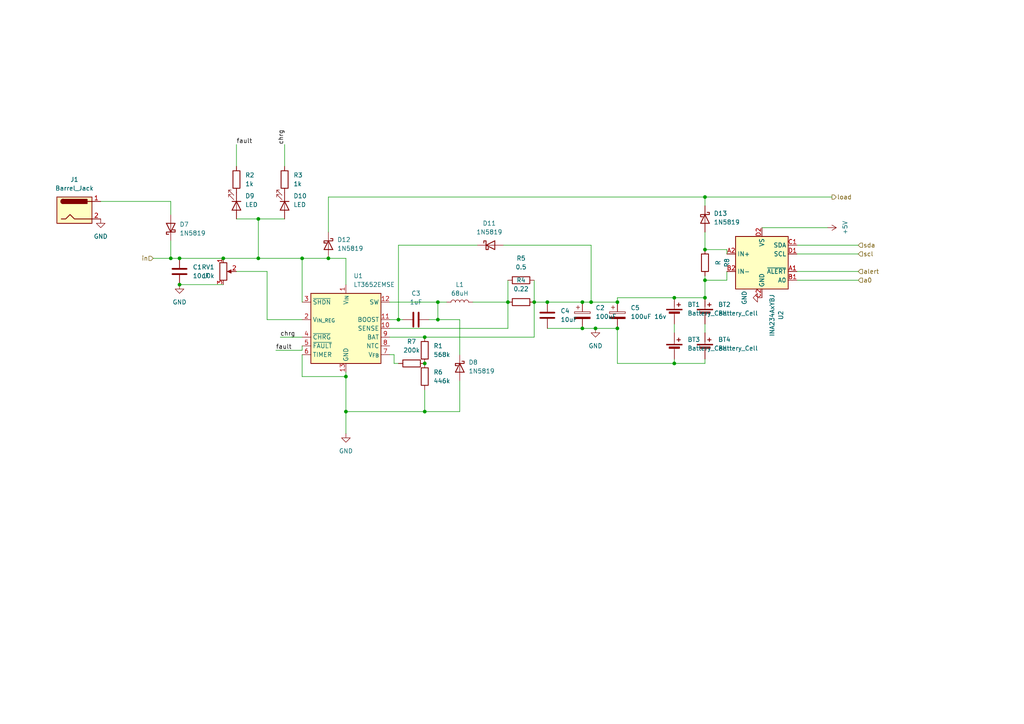
<source format=kicad_sch>
(kicad_sch (version 20231120) (generator "eeschema") (generator_version "8.0")
  (paper "A4")
  (lib_symbols
    (symbol "Analog_ADC:INA234AxYBJ"
      (property "Reference" "U" (at -6.35 8.89 0))
      (property "Value" "INA234AxYBJ" (at 6.35 8.89 0))
      (symbol "INA234AxYBJ_0_1"
        (rectangle (start -7.62 7.62) (end 7.62 -7.62) (stroke (width 0.254)) (fill (type background)))
      )
      (symbol "INA234AxYBJ_1_1"
        (pin open_collector line (at 10.16 -2.54 180) (length 2.54) (name "~{ALERT}") (number "A1"))
        (pin input line (at -10.16 2.54 0) (length 2.54) (name "IN+") (number "A2"))
        (pin input line (at 10.16 -5.08 180) (length 2.54) (name "A0") (number "B1"))
        (pin input line (at -10.16 -2.54 0) (length 2.54) (name "IN-") (number "B2"))
        (pin bidirectional line (at 10.16 5.08 180) (length 2.54) (name "SDA") (number "C1"))
        (pin power_in line (at 0 -10.16 90) (length 2.54) (name "GND") (number "C2"))
        (pin input line (at 10.16 2.54 180) (length 2.54) (name "SCL") (number "D1"))
        (pin power_in line (at 0 10.16 270) (length 2.54) (name "VS") (number "D2"))
      )
    )
    (symbol "Battery_Management:LT3652EMSE"
      (property "Reference" "U" (at -8.382 11.43 0))
      (property "Value" "LT3652EMSE" (at 1.778 11.684 0))
      (symbol "LT3652EMSE_0_1"
        (rectangle (start -10.16 10.16) (end 10.16 -10.16) (stroke (width 0.254)) (fill (type background)))
      )
      (symbol "LT3652EMSE_1_1"
        (pin power_in line (at 0 12.7 270) (length 2.54) (name "V_{IN}") (number "1"))
        (pin input line (at 12.7 0 180) (length 2.54) (name "SENSE") (number "10"))
        (pin input line (at 12.7 2.54 180) (length 2.54) (name "BOOST") (number "11"))
        (pin output line (at 12.7 7.62 180) (length 2.54) (name "SW") (number "12"))
        (pin power_in line (at 0 -12.7 90) (length 2.54) (name "GND") (number "13"))
        (pin input line (at -12.7 2.54 0) (length 2.54) (name "V_{IN_REG}") (number "2"))
        (pin input line (at -12.7 7.62 0) (length 2.54) (name "~{SHDN}") (number "3"))
        (pin open_collector line (at -12.7 -2.54 0) (length 2.54) (name "~{CHRG}") (number "4"))
        (pin open_collector line (at -12.7 -5.08 0) (length 2.54) (name "~{FAULT}") (number "5"))
        (pin output line (at -12.7 -7.62 0) (length 2.54) (name "TIMER") (number "6"))
        (pin input line (at 12.7 -7.62 180) (length 2.54) (name "V_{FB}") (number "7"))
        (pin input line (at 12.7 -5.08 180) (length 2.54) (name "NTC") (number "8"))
        (pin output line (at 12.7 -2.54 180) (length 2.54) (name "BAT") (number "9"))
      )
    )
    (symbol "Connector:Barrel_Jack" (pin_names (offset 1.016))
      (property "Reference" "J" (at 0 5.334 0))
      (property "Value" "Barrel_Jack" (at 0 -5.08 0))
      (symbol "Barrel_Jack_0_1"
        (rectangle (start -5.08 3.81) (end 5.08 -3.81) (stroke (width 0.254)) (fill (type background)))
        (arc (start -3.302 3.175) (mid -3.9343 2.54) (end -3.302 1.905) (stroke (width 0.254)))
        (arc (start -3.302 3.175) (mid -3.9343 2.54) (end -3.302 1.905) (stroke (width 0.254)) (fill (type outline)))
        (polyline (pts (xy 5.08 2.54) (xy 3.81 2.54)) (stroke (width 0.254)))
        (polyline (pts (xy -3.81 -2.54) (xy -2.54 -2.54) (xy -1.27 -1.27) (xy 0 -2.54) (xy 2.54 -2.54) (xy 5.08 -2.54)) (stroke (width 0.254)))
        (rectangle (start 3.683 3.175) (end -3.302 1.905) (stroke (width 0.254)) (fill (type outline)))
      )
      (symbol "Barrel_Jack_1_1"
        (pin passive line (at 7.62 2.54 180) (length 2.54) (name "~") (number "1"))
        (pin passive line (at 7.62 -2.54 180) (length 2.54) (name "~") (number "2"))
      )
    )
    (symbol "Device:Battery_Cell" (pin_numbers hide) (pin_names (offset 0) hide)
      (property "Reference" "BT" (at 2.54 2.54 0))
      (property "Value" "Battery_Cell" (at 2.54 0 0))
      (symbol "Battery_Cell_0_1"
        (rectangle (start -2.286 1.778) (end 2.286 1.524) (fill (type outline)))
        (rectangle (start -1.524 1.016) (end 1.524 0.508) (fill (type outline)))
        (polyline (pts (xy 0 0.762) (xy 0 0)))
        (polyline (pts (xy 0 1.778) (xy 0 2.54)))
        (polyline (pts (xy 0.762 3.048) (xy 1.778 3.048)) (stroke (width 0.254)))
        (polyline (pts (xy 1.27 3.556) (xy 1.27 2.54)) (stroke (width 0.254)))
      )
      (symbol "Battery_Cell_1_1"
        (pin passive line (at 0 5.08 270) (length 2.54) (name "+") (number "1"))
        (pin passive line (at 0 -2.54 90) (length 2.54) (name "-") (number "2"))
      )
    )
    (symbol "Device:C" (pin_numbers hide) (pin_names (offset 0.254))
      (property "Reference" "C" (at 0.635 2.54 0))
      (property "Value" "C" (at 0.635 -2.54 0))
      (symbol "C_0_1"
        (polyline (pts (xy -2.032 -0.762) (xy 2.032 -0.762)) (stroke (width 0.508)))
        (polyline (pts (xy -2.032 0.762) (xy 2.032 0.762)) (stroke (width 0.508)))
      )
      (symbol "C_1_1"
        (pin passive line (at 0 3.81 270) (length 2.794) (name "~") (number "1"))
        (pin passive line (at 0 -3.81 90) (length 2.794) (name "~") (number "2"))
      )
    )
    (symbol "Device:C_Polarized" (pin_numbers hide) (pin_names (offset 0.254))
      (property "Reference" "C" (at 0.635 2.54 0))
      (property "Value" "C_Polarized" (at 0.635 -2.54 0))
      (symbol "C_Polarized_0_1"
        (rectangle (start -2.286 0.508) (end 2.286 1.016))
        (polyline (pts (xy -1.778 2.286) (xy -0.762 2.286)))
        (polyline (pts (xy -1.27 2.794) (xy -1.27 1.778)))
        (rectangle (start 2.286 -0.508) (end -2.286 -1.016) (fill (type outline)))
      )
      (symbol "C_Polarized_1_1"
        (pin passive line (at 0 3.81 270) (length 2.794) (name "~") (number "1"))
        (pin passive line (at 0 -3.81 90) (length 2.794) (name "~") (number "2"))
      )
    )
    (symbol "Device:L" (pin_numbers hide) (pin_names (offset 1.016) hide)
      (property "Reference" "L" (at -1.27 0 90))
      (property "Value" "L" (at 1.905 0 90))
      (symbol "L_0_1"
        (arc (start 0 -2.54) (mid 0.6323 -1.905) (end 0 -1.27))
        (arc (start 0 -1.27) (mid 0.6323 -0.635) (end 0 0))
        (arc (start 0 0) (mid 0.6323 0.635) (end 0 1.27))
        (arc (start 0 1.27) (mid 0.6323 1.905) (end 0 2.54))
      )
      (symbol "L_1_1"
        (pin passive line (at 0 3.81 270) (length 1.27) (name "1") (number "1"))
        (pin passive line (at 0 -3.81 90) (length 1.27) (name "2") (number "2"))
      )
    )
    (symbol "Device:LED" (pin_numbers hide) (pin_names (offset 1.016) hide)
      (property "Reference" "D" (at 0 2.54 0))
      (property "Value" "LED" (at 0 -2.54 0))
      (symbol "LED_0_1"
        (polyline (pts (xy -1.27 -1.27) (xy -1.27 1.27)) (stroke (width 0.254)))
        (polyline (pts (xy -1.27 0) (xy 1.27 0)))
        (polyline (pts (xy 1.27 -1.27) (xy 1.27 1.27) (xy -1.27 0) (xy 1.27 -1.27)) (stroke (width 0.254)))
        (polyline (pts (xy -3.048 -0.762) (xy -4.572 -2.286) (xy -3.81 -2.286) (xy -4.572 -2.286) (xy -4.572 -1.524)))
        (polyline (pts (xy -1.778 -0.762) (xy -3.302 -2.286) (xy -2.54 -2.286) (xy -3.302 -2.286) (xy -3.302 -1.524)))
      )
      (symbol "LED_1_1"
        (pin passive line (at -3.81 0 0) (length 2.54) (name "K") (number "1"))
        (pin passive line (at 3.81 0 180) (length 2.54) (name "A") (number "2"))
      )
    )
    (symbol "Device:R" (pin_numbers hide) (pin_names (offset 0))
      (property "Reference" "R" (at 2.032 0 90))
      (property "Value" "R" (at 0 0 90))
      (symbol "R_0_1"
        (rectangle (start -1.016 -2.54) (end 1.016 2.54) (stroke (width 0.254)))
      )
      (symbol "R_1_1"
        (pin passive line (at 0 3.81 270) (length 1.27) (name "~") (number "1"))
        (pin passive line (at 0 -3.81 90) (length 1.27) (name "~") (number "2"))
      )
    )
    (symbol "Device:R_Potentiometer" (pin_names (offset 1.016) hide)
      (property "Reference" "RV" (at -4.445 0 90))
      (property "Value" "R_Potentiometer" (at -2.54 0 90))
      (symbol "R_Potentiometer_0_1"
        (polyline (pts (xy 2.54 0) (xy 1.524 0)))
        (polyline (pts (xy 1.143 0) (xy 2.286 0.508) (xy 2.286 -0.508) (xy 1.143 0)) (fill (type outline)))
        (rectangle (start 1.016 2.54) (end -1.016 -2.54) (stroke (width 0.254)))
      )
      (symbol "R_Potentiometer_1_1"
        (pin passive line (at 0 3.81 270) (length 1.27) (name "1") (number "1"))
        (pin passive line (at 3.81 0 180) (length 1.27) (name "2") (number "2"))
        (pin passive line (at 0 -3.81 90) (length 1.27) (name "3") (number "3"))
      )
    )
    (symbol "Diode:1N5819" (pin_numbers hide) (pin_names (offset 1.016) hide)
      (property "Reference" "D" (at 0 2.54 0))
      (property "Value" "1N5819" (at 0 -2.54 0))
      (symbol "1N5819_0_1"
        (polyline (pts (xy 1.27 0) (xy -1.27 0)))
        (polyline (pts (xy 1.27 1.27) (xy 1.27 -1.27) (xy -1.27 0) (xy 1.27 1.27)) (stroke (width 0.254)))
        (polyline (pts (xy -1.905 0.635) (xy -1.905 1.27) (xy -1.27 1.27) (xy -1.27 -1.27) (xy -0.635 -1.27) (xy -0.635 -0.635)) (stroke (width 0.254)))
      )
      (symbol "1N5819_1_1"
        (pin passive line (at -3.81 0 0) (length 2.54) (name "K") (number "1"))
        (pin passive line (at 3.81 0 180) (length 2.54) (name "A") (number "2"))
      )
    )
    (symbol "GND_2" (power) (pin_numbers hide) (pin_names (offset 0) hide)
      (property "Value" "GND" (at 0 -3.81 0))
      (symbol "GND_2_0_1"
        (polyline (pts (xy 0 0) (xy 0 -1.27) (xy 1.27 -1.27) (xy 0 -2.54) (xy -1.27 -1.27) (xy 0 -1.27)))
      )
      (symbol "GND_2_1_1"
        (pin power_in line (at 0 0 270) (length 0) (name "~") (number "1"))
      )
    )
    (symbol "power:+5V" (power) (pin_numbers hide) (pin_names (offset 0) hide)
      (property "Value" "+5V" (at 0 3.556 0))
      (symbol "+5V_0_1"
        (polyline (pts (xy -0.762 1.27) (xy 0 2.54)))
        (polyline (pts (xy 0 0) (xy 0 2.54)))
        (polyline (pts (xy 0 2.54) (xy 0.762 1.27)))
      )
      (symbol "+5V_1_1"
        (pin power_in line (at 0 0 90) (length 0) (name "~") (number "1"))
      )
    )
    (symbol "power:GND" (power) (pin_names (offset 0))
      (property "Value" "GND" (at 0 -3.81 0))
      (symbol "GND_0_1"
        (polyline (pts (xy 0 0) (xy 0 -1.27) (xy 1.27 -1.27) (xy 0 -2.54) (xy -1.27 -1.27) (xy 0 -1.27)))
      )
      (symbol "GND_1_1"
        (pin power_in line (at 0 0 270) (length 0) hide (name "GND") (number "1"))
      )
    )
  )
  (junction (at 95.25 74.93))
  (junction (at 64.77 74.93))
  (junction (at 127 92.71))
  (junction (at 172.72 95.25))
  (junction (at 204.47 86.36))
  (junction (at 204.47 57.15))
  (junction (at 179.07 87.63))
  (junction (at 74.93 63.5))
  (junction (at 154.94 87.63))
  (junction (at 195.58 105.41))
  (junction (at 168.91 87.63))
  (junction (at 168.91 95.25))
  (junction (at 115.57 92.71))
  (junction (at 49.53 74.93))
  (junction (at 100.33 109.22))
  (junction (at 147.32 87.63))
  (junction (at 195.58 86.36))
  (junction (at 158.75 87.63))
  (junction (at 123.19 105.41))
  (junction (at 100.33 119.38))
  (junction (at 204.47 81.28))
  (junction (at 127 87.63))
  (junction (at 87.63 74.93))
  (junction (at 123.19 97.79))
  (junction (at 52.07 82.55))
  (junction (at 123.19 119.38))
  (junction (at 179.07 95.25))
  (junction (at 171.45 87.63))
  (junction (at 74.93 74.93))
  (junction (at 204.47 72.39))
  (junction (at 52.07 74.93))
  (wire (pts (xy 114.3 102.87) (xy 114.3 105.41)))
  (wire (pts (xy 171.45 87.63) (xy 171.45 71.12)))
  (wire (pts (xy 210.82 81.28) (xy 204.47 81.28)))
  (wire (pts (xy 52.07 74.93) (xy 64.77 74.93)))
  (wire (pts (xy 49.53 74.93) (xy 52.07 74.93)))
  (wire (pts (xy 154.94 87.63) (xy 158.75 87.63)))
  (wire (pts (xy 248.92 81.28) (xy 231.14 81.28)))
  (wire (pts (xy 80.01 101.6) (xy 87.63 101.6)))
  (wire (pts (xy 195.58 105.41) (xy 195.58 104.14)))
  (wire (pts (xy 204.47 80.01) (xy 204.47 81.28)))
  (wire (pts (xy 210.82 78.74) (xy 210.82 81.28)))
  (wire (pts (xy 74.93 74.93) (xy 87.63 74.93)))
  (wire (pts (xy 204.47 59.69) (xy 204.47 57.15)))
  (wire (pts (xy 87.63 101.6) (xy 87.63 100.33)))
  (wire (pts (xy 115.57 92.71) (xy 116.84 92.71)))
  (wire (pts (xy 210.82 72.39) (xy 210.82 73.66)))
  (wire (pts (xy 82.55 41.91) (xy 82.55 48.26)))
  (wire (pts (xy 100.33 119.38) (xy 123.19 119.38)))
  (wire (pts (xy 248.92 71.12) (xy 231.14 71.12)))
  (wire (pts (xy 113.03 87.63) (xy 127 87.63)))
  (wire (pts (xy 68.58 63.5) (xy 74.93 63.5)))
  (wire (pts (xy 123.19 119.38) (xy 133.35 119.38)))
  (wire (pts (xy 204.47 93.98) (xy 204.47 96.52)))
  (wire (pts (xy 147.32 95.25) (xy 147.32 87.63)))
  (wire (pts (xy 172.72 95.25) (xy 179.07 95.25)))
  (wire (pts (xy 154.94 97.79) (xy 154.94 87.63)))
  (wire (pts (xy 68.58 78.74) (xy 77.47 78.74)))
  (wire (pts (xy 52.07 82.55) (xy 64.77 82.55)))
  (wire (pts (xy 204.47 105.41) (xy 204.47 104.14)))
  (wire (pts (xy 179.07 86.36) (xy 195.58 86.36)))
  (wire (pts (xy 240.03 66.04) (xy 220.98 66.04)))
  (wire (pts (xy 77.47 78.74) (xy 77.47 92.71)))
  (wire (pts (xy 100.33 107.95) (xy 100.33 109.22)))
  (wire (pts (xy 123.19 97.79) (xy 154.94 97.79)))
  (wire (pts (xy 64.77 74.93) (xy 74.93 74.93)))
  (wire (pts (xy 100.33 109.22) (xy 100.33 119.38)))
  (wire (pts (xy 204.47 81.28) (xy 204.47 86.36)))
  (wire (pts (xy 95.25 57.15) (xy 95.25 67.31)))
  (wire (pts (xy 87.63 74.93) (xy 87.63 87.63)))
  (wire (pts (xy 100.33 74.93) (xy 100.33 82.55)))
  (wire (pts (xy 210.82 72.39) (xy 204.47 72.39)))
  (wire (pts (xy 113.03 97.79) (xy 123.19 97.79)))
  (wire (pts (xy 179.07 86.36) (xy 179.07 87.63)))
  (wire (pts (xy 113.03 95.25) (xy 147.32 95.25)))
  (wire (pts (xy 44.45 74.93) (xy 49.53 74.93)))
  (wire (pts (xy 74.93 63.5) (xy 74.93 74.93)))
  (wire (pts (xy 171.45 71.12) (xy 146.05 71.12)))
  (wire (pts (xy 123.19 113.03) (xy 123.19 119.38)))
  (wire (pts (xy 81.28 97.79) (xy 87.63 97.79)))
  (wire (pts (xy 147.32 81.28) (xy 147.32 87.63)))
  (wire (pts (xy 168.91 95.25) (xy 172.72 95.25)))
  (wire (pts (xy 248.92 78.74) (xy 231.14 78.74)))
  (wire (pts (xy 158.75 87.63) (xy 168.91 87.63)))
  (wire (pts (xy 179.07 105.41) (xy 195.58 105.41)))
  (wire (pts (xy 95.25 57.15) (xy 204.47 57.15)))
  (wire (pts (xy 115.57 92.71) (xy 115.57 71.12)))
  (wire (pts (xy 127 87.63) (xy 127 92.71)))
  (wire (pts (xy 49.53 58.42) (xy 49.53 62.23)))
  (wire (pts (xy 133.35 92.71) (xy 127 92.71)))
  (wire (pts (xy 113.03 102.87) (xy 114.3 102.87)))
  (wire (pts (xy 113.03 92.71) (xy 115.57 92.71)))
  (wire (pts (xy 95.25 74.93) (xy 100.33 74.93)))
  (wire (pts (xy 171.45 87.63) (xy 179.07 87.63)))
  (wire (pts (xy 137.16 87.63) (xy 147.32 87.63)))
  (wire (pts (xy 204.47 57.15) (xy 241.3 57.15)))
  (wire (pts (xy 195.58 86.36) (xy 204.47 86.36)))
  (wire (pts (xy 87.63 102.87) (xy 87.63 109.22)))
  (wire (pts (xy 114.3 105.41) (xy 115.57 105.41)))
  (wire (pts (xy 195.58 93.98) (xy 195.58 96.52)))
  (wire (pts (xy 74.93 63.5) (xy 82.55 63.5)))
  (wire (pts (xy 77.47 92.71) (xy 87.63 92.71)))
  (wire (pts (xy 87.63 74.93) (xy 95.25 74.93)))
  (wire (pts (xy 87.63 109.22) (xy 100.33 109.22)))
  (wire (pts (xy 127 92.71) (xy 124.46 92.71)))
  (wire (pts (xy 204.47 105.41) (xy 195.58 105.41)))
  (wire (pts (xy 49.53 69.85) (xy 49.53 74.93)))
  (wire (pts (xy 133.35 102.87) (xy 133.35 92.71)))
  (wire (pts (xy 133.35 119.38) (xy 133.35 110.49)))
  (wire (pts (xy 127 87.63) (xy 129.54 87.63)))
  (wire (pts (xy 248.92 73.66) (xy 231.14 73.66)))
  (wire (pts (xy 158.75 95.25) (xy 168.91 95.25)))
  (wire (pts (xy 100.33 119.38) (xy 100.33 125.73)))
  (wire (pts (xy 204.47 67.31) (xy 204.47 72.39)))
  (wire (pts (xy 179.07 105.41) (xy 179.07 95.25)))
  (wire (pts (xy 115.57 71.12) (xy 138.43 71.12)))
  (wire (pts (xy 68.58 41.91) (xy 68.58 48.26)))
  (wire (pts (xy 29.21 58.42) (xy 49.53 58.42)))
  (wire (pts (xy 168.91 87.63) (xy 171.45 87.63)))
  (wire (pts (xy 154.94 81.28) (xy 154.94 87.63)))
  (label "fault" (at 80.01 101.6 0))
  (label "fault" (at 68.58 41.91 0))
  (label "chrg" (at 81.28 97.79 0))
  (label "chrg" (at 82.55 41.91 90))
  (hierarchical_label "sda" (shape input) (at 248.92 71.12 0))
  (hierarchical_label "in" (shape input) (at 44.45 74.93 180))
  (hierarchical_label "alert" (shape input) (at 248.92 78.74 0))
  (hierarchical_label "scl" (shape input) (at 248.92 73.66 0))
  (hierarchical_label "load" (shape output) (at 241.3 57.15 0))
  (hierarchical_label "a0" (shape input) (at 248.92 81.28 0))
  (symbol (lib_id "power:+5V") (at 240.03 66.04 270) (unit 1)
    (property "Reference" "#PWR07" (effects (hide yes)))
    (property "Value" "+5V" (at 245.11 66.04 0))
    (property "Description" "Power symbol creates a global label with name \"+5V\"" (effects (hide yes)))
  )
  (symbol (lib_id "Battery_Management:LT3652EMSE") (at 100.33 95.25 0) (unit 1)
    (property "Reference" "U1" (at 102.5241 80.01 0) (effects (justify left)))
    (property "Value" "LT3652EMSE" (at 102.5241 82.55 0) (effects (justify left)))
    (property "Footprint" "Package_SO:MSOP-12-1EP_3x4mm_P0.65mm_EP1.65x2.85mm" (effects (hide yes)))
    (property "Datasheet" "https://www.analog.com/media/en/technical-documentation/data-sheets/3652fe.pdf" (effects (hide yes)))
  )
  (symbol (lib_id "Device:C") (at 120.65 92.71 90) (unit 1)
    (property "Reference" "C3" (at 120.65 85.09 90))
    (property "Value" "1uF" (at 120.65 87.63 90))
    (property "Footprint" "Capacitor_THT:C_Disc_D5.0mm_W2.5mm_P2.50mm" (effects (hide yes)))
  )
  (symbol (lib_id "Connector:Barrel_Jack") (at 21.59 60.96 0) (unit 1)
    (property "Reference" "J1" (at 21.59 52.07 0))
    (property "Value" "Barrel_Jack" (at 21.59 54.61 0))
    (property "Footprint" "Connector_BarrelJack:BarrelJack_SwitchcraftConxall_RAPC10U_Horizontal" (effects (hide yes)))
  )
  (symbol (lib_id "Device:R") (at 123.19 109.22 0) (unit 1)
    (property "Reference" "R6" (at 125.73 107.95 0) (effects (justify left)))
    (property "Value" "446k" (at 125.73 110.49 0) (effects (justify left)))
    (property "Footprint" "Resistor_THT:R_Axial_DIN0204_L3.6mm_D1.6mm_P5.08mm_Horizontal" (effects (hide yes)))
  )
  (symbol (lib_id "Device:R") (at 119.38 105.41 90) (unit 1)
    (property "Reference" "R7" (at 119.38 99.06 90))
    (property "Value" "200k" (at 119.38 101.6 90))
    (property "Footprint" "Resistor_THT:R_Axial_DIN0204_L3.6mm_D1.6mm_P5.08mm_Horizontal" (effects (hide yes)))
  )
  (symbol (lib_id "Diode:1N5819") (at 142.24 71.12 0) (unit 1)
    (property "Reference" "D11" (at 141.9225 64.77 0))
    (property "Value" "1N5819" (at 141.9225 67.31 0))
    (property "Footprint" "Diode_THT:D_DO-41_SOD81_P10.16mm_Horizontal" (effects (hide yes)))
    (property "Datasheet" "http://www.vishay.com/docs/88525/1n5817.pdf" (effects (hide yes)))
  )
  (symbol (lib_id "Device:LED") (at 82.55 59.69 270) (unit 1)
    (property "Reference" "D10" (at 85.09 56.8325 90) (effects (justify left)))
    (property "Value" "LED" (at 85.09 59.3725 90) (effects (justify left)))
    (property "Footprint" "LED_THT:LED_Rectangular_W3.0mm_H2.0mm" (effects (hide yes)))
  )
  (symbol (lib_id "power:GND") (at 172.72 95.25 0) (unit 1)
    (property "Reference" "#PWR06" (effects (hide yes)))
    (property "Value" "GND" (at 172.72 100.33 0))
  )
  (symbol (lib_id "Device:C_Polarized") (at 168.91 91.44 0) (unit 1)
    (property "Reference" "C2" (at 172.72 89.281 0) (effects (justify left)))
    (property "Value" "100uF" (at 172.72 91.821 0) (effects (justify left)))
    (property "Footprint" "Capacitor_THT:CP_Radial_D6.3mm_P2.50mm" (effects (hide yes)))
  )
  (symbol (lib_id "Device:L") (at 133.35 87.63 90) (unit 1)
    (property "Reference" "L1" (at 133.35 82.55 90))
    (property "Value" "68uH" (at 133.35 85.09 90))
    (property "Footprint" "Inductor_THT:L_Axial_L5.0mm_D3.6mm_P10.00mm_Horizontal_Murata_BL01RN1A2A2" (effects (hide yes)))
  )
  (symbol (lib_id "Diode:1N5819") (at 95.25 71.12 270) (unit 1)
    (property "Reference" "D12" (at 97.79 69.5325 90) (effects (justify left)))
    (property "Value" "1N5819" (at 97.79 72.0725 90) (effects (justify left)))
    (property "Footprint" "Diode_THT:D_DO-41_SOD81_P10.16mm_Horizontal" (effects (hide yes)))
    (property "Datasheet" "http://www.vishay.com/docs/88525/1n5817.pdf" (effects (hide yes)))
  )
  (symbol (lib_id "Device:R") (at 123.19 101.6 0) (unit 1)
    (property "Reference" "R1" (at 125.73 100.33 0) (effects (justify left)))
    (property "Value" "568k" (at 125.73 102.87 0) (effects (justify left)))
    (property "Footprint" "Resistor_THT:R_Axial_DIN0204_L3.6mm_D1.6mm_P5.08mm_Horizontal" (effects (hide yes)))
  )
  (symbol (lib_id "Device:R") (at 151.13 81.28 270) (mirror x) (unit 1)
    (property "Reference" "R5" (at 151.13 74.93 90))
    (property "Value" "0.5" (at 151.13 77.47 90))
    (property "Footprint" "Resistor_THT:R_Axial_DIN0204_L3.6mm_D1.6mm_P5.08mm_Horizontal" (effects (hide yes)))
  )
  (symbol (lib_id "Device:R_Potentiometer") (at 64.77 78.74 0) (unit 1)
    (property "Reference" "RV1" (at 62.23 77.47 0) (effects (justify right)))
    (property "Value" "10k" (at 62.23 80.01 0) (effects (justify right)))
    (property "Footprint" "Potentiometer_THT:Potentiometer_Bourns_3386P_Vertical" (effects (hide yes)))
  )
  (symbol (lib_id "Device:C") (at 52.07 78.74 0) (unit 1)
    (property "Reference" "C1" (at 55.88 77.47 0) (effects (justify left)))
    (property "Value" "10uF" (at 55.88 80.01 0) (effects (justify left)))
    (property "Footprint" "Capacitor_THT:C_Disc_D5.1mm_W3.2mm_P5.00mm" (effects (hide yes)))
  )
  (symbol (lib_id "power:GND") (at 29.21 63.5 0) (unit 1)
    (property "Reference" "#PWR05" (effects (hide yes)))
    (property "Value" "GND" (at 29.21 68.58 0))
  )
  (symbol (lib_id "Analog_ADC:INA234AxYBJ") (at 220.98 76.2 0) (unit 1)
    (property "Reference" "U2" (at 226.4762 91.44 90))
    (property "Value" "INA234AxYBJ" (at 223.9362 91.44 90))
    (property "Footprint" "Package_BGA:Texas_DSBGA-8_0.705x1.468mm_Layout2x4_P0.4mm" (effects (hide yes)))
    (property "Datasheet" "https://www.ti.com/lit/ds/symlink/ina234.pdf" (effects (hide yes)))
    (property "Description" "Bidirectional Current/Voltage/Power Monitor (0-28V) With I2C Interface, DSBGA-8" (effects (hide yes)))
  )
  (symbol (lib_id "Device:R") (at 68.58 52.07 0) (unit 1)
    (property "Reference" "R2" (at 71.12 50.8 0) (effects (justify left)))
    (property "Value" "1k" (at 71.12 53.34 0) (effects (justify left)))
    (property "Footprint" "Resistor_THT:R_Axial_DIN0204_L3.6mm_D1.6mm_P5.08mm_Horizontal" (effects (hide yes)))
  )
  (symbol (lib_id "Diode:1N5819") (at 204.47 63.5 270) (unit 1)
    (property "Reference" "D13" (at 207.01 61.9125 90) (effects (justify left)))
    (property "Value" "1N5819" (at 207.01 64.4525 90) (effects (justify left)))
    (property "Footprint" "Diode_THT:D_DO-41_SOD81_P10.16mm_Horizontal" (effects (hide yes)))
    (property "Datasheet" "http://www.vishay.com/docs/88525/1n5817.pdf" (effects (hide yes)))
  )
  (symbol (lib_id "Device:R") (at 82.55 52.07 0) (unit 1)
    (property "Reference" "R3" (at 85.09 50.8 0) (effects (justify left)))
    (property "Value" "1k" (at 85.09 53.34 0) (effects (justify left)))
    (property "Footprint" "Resistor_THT:R_Axial_DIN0204_L3.6mm_D1.6mm_P5.08mm_Horizontal" (effects (hide yes)))
  )
  (symbol (lib_id "Device:C_Polarized") (at 179.07 91.44 0) (unit 1)
    (property "Reference" "C5" (at 182.88 89.281 0) (effects (justify left)))
    (property "Value" "100uF 16v" (at 182.88 91.821 0) (effects (justify left)))
    (property "Footprint" "Capacitor_THT:CP_Radial_D6.3mm_P2.50mm" (effects (hide yes)))
  )
  (symbol (lib_id "Diode:1N5819") (at 133.35 106.68 270) (unit 1)
    (property "Reference" "D8" (at 135.89 105.0925 90) (effects (justify left)))
    (property "Value" "1N5819" (at 135.89 107.6325 90) (effects (justify left)))
    (property "Footprint" "Diode_THT:D_DO-41_SOD81_P10.16mm_Horizontal" (effects (hide yes)))
    (property "Datasheet" "http://www.vishay.com/docs/88525/1n5817.pdf" (effects (hide yes)))
  )
  (symbol (lib_id "Device:R") (at 204.47 76.2 0) (unit 1)
    (property "Reference" "R8" (at 210.82 76.2 90))
    (property "Value" "R" (at 208.28 76.2 90))
    (property "Footprint" "Resistor_THT:R_Axial_DIN0204_L3.6mm_D1.6mm_P5.08mm_Horizontal" (effects (hide yes)))
    (property "Description" "Resistor" (effects (hide yes)))
  )
  (symbol (lib_id "Device:Battery_Cell") (at 204.47 91.44 0) (unit 1)
    (property "Reference" "BT2" (at 208.28 88.3285 0) (effects (justify left)))
    (property "Value" "Battery_Cell" (at 208.28 90.8685 0) (effects (justify left)))
    (property "Footprint" "Battery:BatteryHolder_Keystone_1042_1x18650" (effects (hide yes)))
  )
  (symbol (lib_id "power:GND") (at 52.07 82.55 0) (unit 1)
    (property "Reference" "#PWR03" (effects (hide yes)))
    (property "Value" "GND" (at 52.07 87.63 0))
  )
  (symbol (lib_id "Device:Battery_Cell") (at 195.58 91.44 0) (unit 1)
    (property "Reference" "BT1" (at 199.39 88.3285 0) (effects (justify left)))
    (property "Value" "Battery_Cell" (at 199.39 90.8685 0) (effects (justify left)))
    (property "Footprint" "Battery:BatteryHolder_Keystone_1042_1x18650" (effects (hide yes)))
  )
  (symbol (lib_id "Device:Battery_Cell") (at 204.47 101.6 0) (unit 1)
    (property "Reference" "BT4" (at 208.28 98.4885 0) (effects (justify left)))
    (property "Value" "Battery_Cell" (at 208.28 101.0285 0) (effects (justify left)))
    (property "Footprint" "Battery:BatteryHolder_Keystone_1042_1x18650" (effects (hide yes)))
  )
  (symbol (lib_id "Device:R") (at 151.13 87.63 90) (unit 1)
    (property "Reference" "R4" (at 151.13 81.28 90))
    (property "Value" "0.22" (at 151.13 83.82 90))
    (property "Footprint" "Resistor_THT:R_Axial_DIN0204_L3.6mm_D1.6mm_P5.08mm_Horizontal" (effects (hide yes)))
  )
  (symbol (lib_id "Device:LED") (at 68.58 59.69 270) (unit 1)
    (property "Reference" "D9" (at 71.12 56.8325 90) (effects (justify left)))
    (property "Value" "LED" (at 71.12 59.3725 90) (effects (justify left)))
    (property "Footprint" "LED_THT:LED_Rectangular_W3.0mm_H2.0mm" (effects (hide yes)))
  )
  (symbol (lib_id "Diode:1N5819") (at 49.53 66.04 90) (unit 1)
    (property "Reference" "D7" (at 52.07 65.0875 90) (effects (justify right)))
    (property "Value" "1N5819" (at 52.07 67.6275 90) (effects (justify right)))
    (property "Footprint" "Diode_THT:D_DO-41_SOD81_P10.16mm_Horizontal" (effects (hide yes)))
    (property "Datasheet" "http://www.vishay.com/docs/88525/1n5817.pdf" (effects (hide yes)))
  )
  (symbol (lib_id "power:GND") (at 100.33 125.73 0) (unit 1)
    (property "Reference" "#PWR02" (effects (hide yes)))
    (property "Value" "GND" (at 100.33 130.81 0))
  )
  (symbol (lib_id "Device:C") (at 158.75 91.44 0) (unit 1)
    (property "Reference" "C4" (at 162.56 90.17 0) (effects (justify left)))
    (property "Value" "10uF" (at 162.56 92.71 0) (effects (justify left)))
    (property "Footprint" "Capacitor_THT:C_Disc_D5.1mm_W3.2mm_P5.00mm" (effects (hide yes)))
  )
  (symbol (lib_id "Device:Battery_Cell") (at 195.58 101.6 0) (unit 1)
    (property "Reference" "BT3" (at 199.39 98.4885 0) (effects (justify left)))
    (property "Value" "Battery_Cell" (at 199.39 101.0285 0) (effects (justify left)))
    (property "Footprint" "Battery:BatteryHolder_Keystone_1042_1x18650" (effects (hide yes)))
  )
  (symbol (lib_name "GND_2") (lib_id "power:GND") (at 220.98 86.36 270) (unit 1)
    (property "Reference" "#PWR011" (effects (hide yes)))
    (property "Value" "GND" (at 215.9 86.36 0))
    (property "Description" "Power symbol creates a global label with name \"GND\" , ground" (effects (hide yes)))
  )
)
</source>
